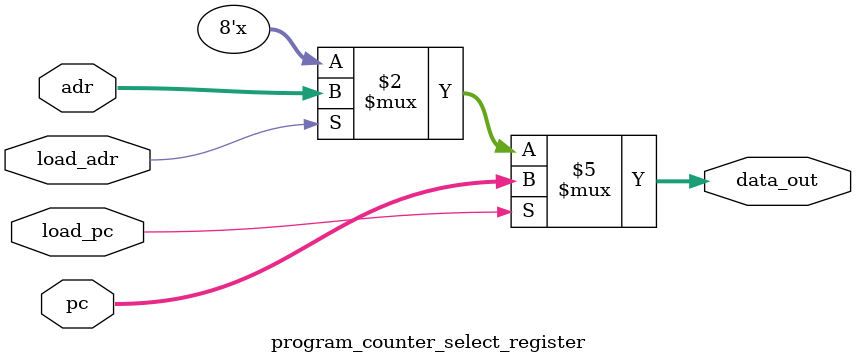
<source format=v>
/*
*                                 PROGRAM_COUNTER_SELECT_REGISTER
*
*                                   Copyright (c) 2021 Kevin Lynch
*                             This file is licensed under the MIT license
*
* The program counter select register can select to be loaded from either
* the program counter bus or the address data bus.  The output is then
* sent to the increment_logic.
*/
module program_counter_select_register(load_pc, load_adr, pc, adr, data_out);
  input load_pc;            //load register from pc
  input load_adr;           //load register from adr
  input [7:0] pc;           //program counter data
  input [7:0] adr;          //address data
  output reg [7:0] data_out; //register output

  //load register
  always @(load_pc or load_adr or pc or adr)
    if (load_pc)
      data_out <= pc;
    else if (load_adr)
      data_out <= adr;

endmodule

</source>
